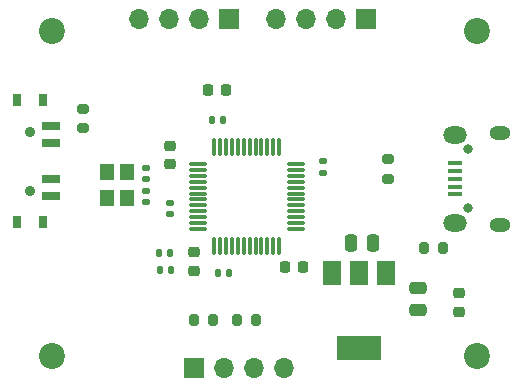
<source format=gbr>
%TF.GenerationSoftware,KiCad,Pcbnew,(6.0.1)*%
%TF.CreationDate,2022-08-30T01:47:07+05:30*%
%TF.ProjectId,STM32,53544d33-322e-46b6-9963-61645f706362,rev?*%
%TF.SameCoordinates,Original*%
%TF.FileFunction,Soldermask,Top*%
%TF.FilePolarity,Negative*%
%FSLAX46Y46*%
G04 Gerber Fmt 4.6, Leading zero omitted, Abs format (unit mm)*
G04 Created by KiCad (PCBNEW (6.0.1)) date 2022-08-30 01:47:07*
%MOMM*%
%LPD*%
G01*
G04 APERTURE LIST*
G04 Aperture macros list*
%AMRoundRect*
0 Rectangle with rounded corners*
0 $1 Rounding radius*
0 $2 $3 $4 $5 $6 $7 $8 $9 X,Y pos of 4 corners*
0 Add a 4 corners polygon primitive as box body*
4,1,4,$2,$3,$4,$5,$6,$7,$8,$9,$2,$3,0*
0 Add four circle primitives for the rounded corners*
1,1,$1+$1,$2,$3*
1,1,$1+$1,$4,$5*
1,1,$1+$1,$6,$7*
1,1,$1+$1,$8,$9*
0 Add four rect primitives between the rounded corners*
20,1,$1+$1,$2,$3,$4,$5,0*
20,1,$1+$1,$4,$5,$6,$7,0*
20,1,$1+$1,$6,$7,$8,$9,0*
20,1,$1+$1,$8,$9,$2,$3,0*%
G04 Aperture macros list end*
%ADD10R,1.500000X2.000000*%
%ADD11R,3.800000X2.000000*%
%ADD12R,0.800000X1.000000*%
%ADD13C,0.900000*%
%ADD14R,1.500000X0.700000*%
%ADD15C,2.200000*%
%ADD16R,1.200000X1.400000*%
%ADD17RoundRect,0.075000X-0.075000X-0.662500X0.075000X-0.662500X0.075000X0.662500X-0.075000X0.662500X0*%
%ADD18RoundRect,0.075000X-0.662500X-0.075000X0.662500X-0.075000X0.662500X0.075000X-0.662500X0.075000X0*%
%ADD19RoundRect,0.200000X-0.275000X0.200000X-0.275000X-0.200000X0.275000X-0.200000X0.275000X0.200000X0*%
%ADD20RoundRect,0.200000X0.275000X-0.200000X0.275000X0.200000X-0.275000X0.200000X-0.275000X-0.200000X0*%
%ADD21RoundRect,0.200000X-0.200000X-0.275000X0.200000X-0.275000X0.200000X0.275000X-0.200000X0.275000X0*%
%ADD22O,1.800000X1.150000*%
%ADD23O,2.000000X1.450000*%
%ADD24R,1.300000X0.450000*%
%ADD25O,0.800000X0.800000*%
%ADD26R,1.700000X1.700000*%
%ADD27O,1.700000X1.700000*%
%ADD28RoundRect,0.218750X-0.256250X0.218750X-0.256250X-0.218750X0.256250X-0.218750X0.256250X0.218750X0*%
%ADD29RoundRect,0.140000X0.140000X0.170000X-0.140000X0.170000X-0.140000X-0.170000X0.140000X-0.170000X0*%
%ADD30RoundRect,0.140000X0.170000X-0.140000X0.170000X0.140000X-0.170000X0.140000X-0.170000X-0.140000X0*%
%ADD31RoundRect,0.225000X-0.225000X-0.250000X0.225000X-0.250000X0.225000X0.250000X-0.225000X0.250000X0*%
%ADD32RoundRect,0.225000X0.250000X-0.225000X0.250000X0.225000X-0.250000X0.225000X-0.250000X-0.225000X0*%
%ADD33RoundRect,0.140000X-0.170000X0.140000X-0.170000X-0.140000X0.170000X-0.140000X0.170000X0.140000X0*%
%ADD34RoundRect,0.140000X-0.140000X-0.170000X0.140000X-0.170000X0.140000X0.170000X-0.140000X0.170000X0*%
%ADD35RoundRect,0.225000X0.225000X0.250000X-0.225000X0.250000X-0.225000X-0.250000X0.225000X-0.250000X0*%
%ADD36RoundRect,0.250000X0.475000X-0.250000X0.475000X0.250000X-0.475000X0.250000X-0.475000X-0.250000X0*%
%ADD37RoundRect,0.250000X-0.250000X-0.475000X0.250000X-0.475000X0.250000X0.475000X-0.250000X0.475000X0*%
G04 APERTURE END LIST*
D10*
%TO.C,U1*%
X180300000Y-112500000D03*
D11*
X178000000Y-118800000D03*
D10*
X178000000Y-112500000D03*
X175700000Y-112500000D03*
%TD*%
D12*
%TO.C,SW1*%
X149070000Y-97850000D03*
D13*
X150170000Y-100500000D03*
D12*
X151280000Y-97850000D03*
X151280000Y-108150000D03*
D13*
X150170000Y-105500000D03*
D12*
X149070000Y-108150000D03*
D14*
X151930000Y-100000000D03*
X151930000Y-101500000D03*
X151930000Y-104500000D03*
X151930000Y-106000000D03*
%TD*%
D15*
%TO.C,H4*%
X188000000Y-119500000D03*
%TD*%
%TO.C,H3*%
X152000000Y-119500000D03*
%TD*%
%TO.C,H2*%
X152000000Y-92000000D03*
%TD*%
%TO.C,H1*%
X188000000Y-92000000D03*
%TD*%
D16*
%TO.C,Y1*%
X158350000Y-103920000D03*
X158350000Y-106120000D03*
X156650000Y-106120000D03*
X156650000Y-103920000D03*
%TD*%
D17*
%TO.C,U2*%
X165750000Y-101837500D03*
X166250000Y-101837500D03*
X166750000Y-101837500D03*
X167250000Y-101837500D03*
X167750000Y-101837500D03*
X168250000Y-101837500D03*
X168750000Y-101837500D03*
X169250000Y-101837500D03*
X169750000Y-101837500D03*
X170250000Y-101837500D03*
X170750000Y-101837500D03*
X171250000Y-101837500D03*
D18*
X172662500Y-103250000D03*
X172662500Y-103750000D03*
X172662500Y-104250000D03*
X172662500Y-104750000D03*
X172662500Y-105250000D03*
X172662500Y-105750000D03*
X172662500Y-106250000D03*
X172662500Y-106750000D03*
X172662500Y-107250000D03*
X172662500Y-107750000D03*
X172662500Y-108250000D03*
X172662500Y-108750000D03*
D17*
X171250000Y-110162500D03*
X170750000Y-110162500D03*
X170250000Y-110162500D03*
X169750000Y-110162500D03*
X169250000Y-110162500D03*
X168750000Y-110162500D03*
X168250000Y-110162500D03*
X167750000Y-110162500D03*
X167250000Y-110162500D03*
X166750000Y-110162500D03*
X166250000Y-110162500D03*
X165750000Y-110162500D03*
D18*
X164337500Y-108750000D03*
X164337500Y-108250000D03*
X164337500Y-107750000D03*
X164337500Y-107250000D03*
X164337500Y-106750000D03*
X164337500Y-106250000D03*
X164337500Y-105750000D03*
X164337500Y-105250000D03*
X164337500Y-104750000D03*
X164337500Y-104250000D03*
X164337500Y-103750000D03*
X164337500Y-103250000D03*
%TD*%
D19*
%TO.C,R5*%
X180500000Y-102850000D03*
X180500000Y-104500000D03*
%TD*%
D20*
%TO.C,R4*%
X154600000Y-100225000D03*
X154600000Y-98575000D03*
%TD*%
D21*
%TO.C,R3*%
X167675000Y-116500000D03*
X169325000Y-116500000D03*
%TD*%
%TO.C,R2*%
X164000000Y-116500000D03*
X165650000Y-116500000D03*
%TD*%
%TO.C,R1*%
X183475000Y-110400000D03*
X185125000Y-110400000D03*
%TD*%
D22*
%TO.C,J4*%
X189950000Y-100630000D03*
X189950000Y-108380000D03*
D23*
X186150000Y-100780000D03*
X186150000Y-108230000D03*
D24*
X186100000Y-103205000D03*
X186100000Y-103855000D03*
X186100000Y-104505000D03*
X186100000Y-105155000D03*
X186100000Y-105805000D03*
D25*
X187200000Y-102005000D03*
X187200000Y-107005000D03*
%TD*%
D26*
%TO.C,J3*%
X178600000Y-91000000D03*
D27*
X176060000Y-91000000D03*
X173520000Y-91000000D03*
X170980000Y-91000000D03*
%TD*%
D26*
%TO.C,J2*%
X164000000Y-120500000D03*
D27*
X166540000Y-120500000D03*
X169080000Y-120500000D03*
X171620000Y-120500000D03*
%TD*%
D26*
%TO.C,J1*%
X167000000Y-91000000D03*
D27*
X164460000Y-91000000D03*
X161920000Y-91000000D03*
X159380000Y-91000000D03*
%TD*%
D28*
%TO.C,FB1*%
X164000000Y-110712500D03*
X164000000Y-112287500D03*
%TD*%
%TO.C,D1*%
X186500000Y-114212500D03*
X186500000Y-115787500D03*
%TD*%
D29*
%TO.C,C13*%
X162080000Y-112200000D03*
X161120000Y-112200000D03*
%TD*%
%TO.C,C12*%
X162000000Y-110800000D03*
X161040000Y-110800000D03*
%TD*%
D30*
%TO.C,C11*%
X162000000Y-107480000D03*
X162000000Y-106520000D03*
%TD*%
D31*
%TO.C,C10*%
X165225000Y-97000000D03*
X166775000Y-97000000D03*
%TD*%
D32*
%TO.C,C9*%
X162000000Y-103275000D03*
X162000000Y-101725000D03*
%TD*%
D30*
%TO.C,C8*%
X160000000Y-105520000D03*
X160000000Y-106480000D03*
%TD*%
D33*
%TO.C,C7*%
X175000000Y-103020000D03*
X175000000Y-103980000D03*
%TD*%
D30*
%TO.C,C6*%
X160000000Y-103560000D03*
X160000000Y-104520000D03*
%TD*%
D34*
%TO.C,C5*%
X165540000Y-99500000D03*
X166500000Y-99500000D03*
%TD*%
%TO.C,C4*%
X166040000Y-112500000D03*
X167000000Y-112500000D03*
%TD*%
D35*
%TO.C,C3*%
X173275000Y-112000000D03*
X171725000Y-112000000D03*
%TD*%
D36*
%TO.C,C2*%
X183000000Y-115650000D03*
X183000000Y-113750000D03*
%TD*%
D37*
%TO.C,C1*%
X177300000Y-109950000D03*
X179200000Y-109950000D03*
%TD*%
M02*

</source>
